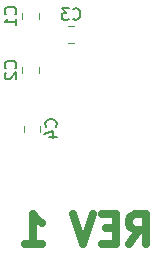
<source format=gbr>
G04 #@! TF.GenerationSoftware,KiCad,Pcbnew,(5.0.2)-1*
G04 #@! TF.CreationDate,2019-09-08T20:17:19-04:00*
G04 #@! TF.ProjectId,RS232_TTL_Female,52533233-325f-4545-944c-5f46656d616c,rev?*
G04 #@! TF.SameCoordinates,Original*
G04 #@! TF.FileFunction,Legend,Bot*
G04 #@! TF.FilePolarity,Positive*
%FSLAX46Y46*%
G04 Gerber Fmt 4.6, Leading zero omitted, Abs format (unit mm)*
G04 Created by KiCad (PCBNEW (5.0.2)-1) date 9/8/2019 8:17:19 PM*
%MOMM*%
%LPD*%
G01*
G04 APERTURE LIST*
%ADD10C,0.635000*%
%ADD11C,0.120000*%
%ADD12C,0.150000*%
G04 APERTURE END LIST*
D10*
X22424571Y-29724047D02*
X23271238Y-28514523D01*
X23876000Y-29724047D02*
X23876000Y-27184047D01*
X22908380Y-27184047D01*
X22666476Y-27305000D01*
X22545523Y-27425952D01*
X22424571Y-27667857D01*
X22424571Y-28030714D01*
X22545523Y-28272619D01*
X22666476Y-28393571D01*
X22908380Y-28514523D01*
X23876000Y-28514523D01*
X21336000Y-28393571D02*
X20489333Y-28393571D01*
X20126476Y-29724047D02*
X21336000Y-29724047D01*
X21336000Y-27184047D01*
X20126476Y-27184047D01*
X19400761Y-27184047D02*
X18554095Y-29724047D01*
X17707428Y-27184047D01*
X13595047Y-29724047D02*
X15046476Y-29724047D01*
X14320761Y-29724047D02*
X14320761Y-27184047D01*
X14562666Y-27546904D01*
X14804571Y-27788809D01*
X15046476Y-27909761D01*
D11*
G04 #@! TO.C,C1*
X13387000Y-10152748D02*
X13387000Y-10675252D01*
X14807000Y-10152748D02*
X14807000Y-10675252D01*
G04 #@! TO.C,C2*
X14807000Y-14724748D02*
X14807000Y-15247252D01*
X13387000Y-14724748D02*
X13387000Y-15247252D01*
G04 #@! TO.C,C3*
X17787252Y-11228000D02*
X17264748Y-11228000D01*
X17787252Y-12648000D02*
X17264748Y-12648000D01*
G04 #@! TO.C,C4*
X13514000Y-20200252D02*
X13514000Y-19677748D01*
X14934000Y-20200252D02*
X14934000Y-19677748D01*
G04 #@! TO.C,C1*
D12*
X12804142Y-10247333D02*
X12851761Y-10199714D01*
X12899380Y-10056857D01*
X12899380Y-9961619D01*
X12851761Y-9818761D01*
X12756523Y-9723523D01*
X12661285Y-9675904D01*
X12470809Y-9628285D01*
X12327952Y-9628285D01*
X12137476Y-9675904D01*
X12042238Y-9723523D01*
X11947000Y-9818761D01*
X11899380Y-9961619D01*
X11899380Y-10056857D01*
X11947000Y-10199714D01*
X11994619Y-10247333D01*
X12899380Y-11199714D02*
X12899380Y-10628285D01*
X12899380Y-10914000D02*
X11899380Y-10914000D01*
X12042238Y-10818761D01*
X12137476Y-10723523D01*
X12185095Y-10628285D01*
G04 #@! TO.C,C2*
X12804142Y-14819333D02*
X12851761Y-14771714D01*
X12899380Y-14628857D01*
X12899380Y-14533619D01*
X12851761Y-14390761D01*
X12756523Y-14295523D01*
X12661285Y-14247904D01*
X12470809Y-14200285D01*
X12327952Y-14200285D01*
X12137476Y-14247904D01*
X12042238Y-14295523D01*
X11947000Y-14390761D01*
X11899380Y-14533619D01*
X11899380Y-14628857D01*
X11947000Y-14771714D01*
X11994619Y-14819333D01*
X11994619Y-15200285D02*
X11947000Y-15247904D01*
X11899380Y-15343142D01*
X11899380Y-15581238D01*
X11947000Y-15676476D01*
X11994619Y-15724095D01*
X12089857Y-15771714D01*
X12185095Y-15771714D01*
X12327952Y-15724095D01*
X12899380Y-15152666D01*
X12899380Y-15771714D01*
G04 #@! TO.C,C3*
X17692666Y-10645142D02*
X17740285Y-10692761D01*
X17883142Y-10740380D01*
X17978380Y-10740380D01*
X18121238Y-10692761D01*
X18216476Y-10597523D01*
X18264095Y-10502285D01*
X18311714Y-10311809D01*
X18311714Y-10168952D01*
X18264095Y-9978476D01*
X18216476Y-9883238D01*
X18121238Y-9788000D01*
X17978380Y-9740380D01*
X17883142Y-9740380D01*
X17740285Y-9788000D01*
X17692666Y-9835619D01*
X17359333Y-9740380D02*
X16740285Y-9740380D01*
X17073619Y-10121333D01*
X16930761Y-10121333D01*
X16835523Y-10168952D01*
X16787904Y-10216571D01*
X16740285Y-10311809D01*
X16740285Y-10549904D01*
X16787904Y-10645142D01*
X16835523Y-10692761D01*
X16930761Y-10740380D01*
X17216476Y-10740380D01*
X17311714Y-10692761D01*
X17359333Y-10645142D01*
G04 #@! TO.C,C4*
X16231142Y-19772333D02*
X16278761Y-19724714D01*
X16326380Y-19581857D01*
X16326380Y-19486619D01*
X16278761Y-19343761D01*
X16183523Y-19248523D01*
X16088285Y-19200904D01*
X15897809Y-19153285D01*
X15754952Y-19153285D01*
X15564476Y-19200904D01*
X15469238Y-19248523D01*
X15374000Y-19343761D01*
X15326380Y-19486619D01*
X15326380Y-19581857D01*
X15374000Y-19724714D01*
X15421619Y-19772333D01*
X15659714Y-20629476D02*
X16326380Y-20629476D01*
X15278761Y-20391380D02*
X15993047Y-20153285D01*
X15993047Y-20772333D01*
G04 #@! TD*
M02*

</source>
